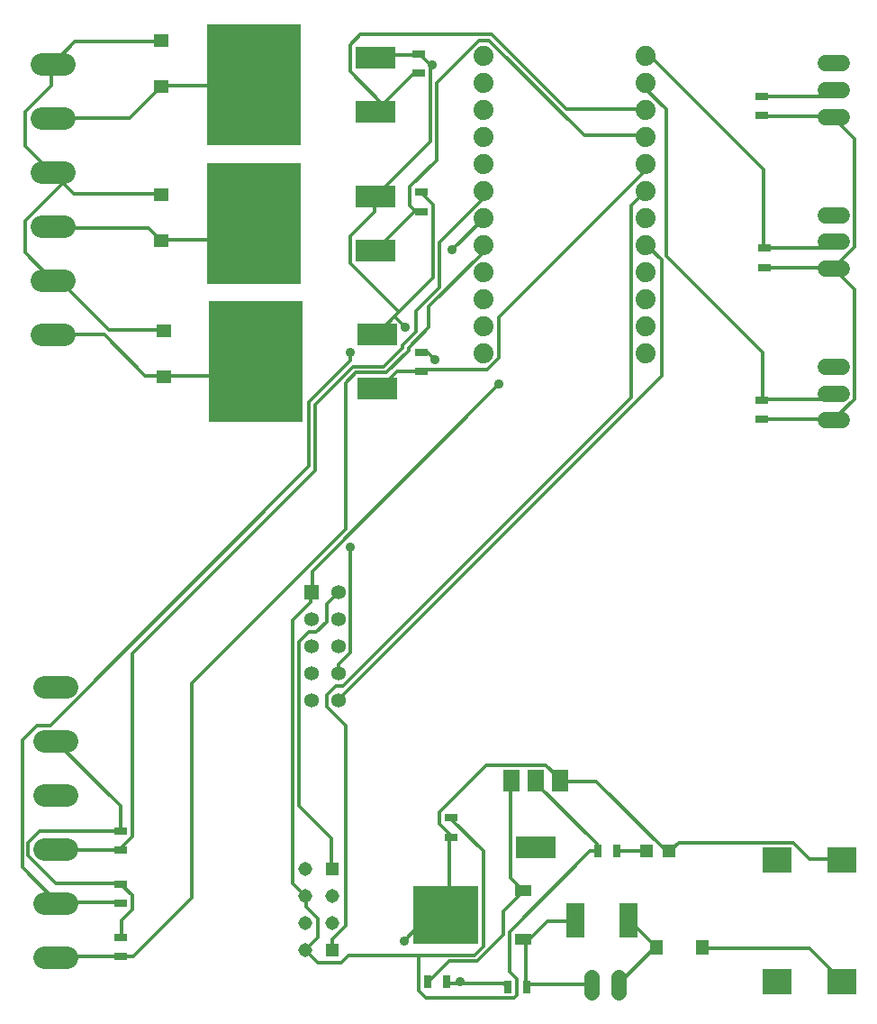
<source format=gbr>
G04 EAGLE Gerber RS-274X export*
G75*
%MOMM*%
%FSLAX34Y34*%
%LPD*%
%AMOC8*
5,1,8,0,0,1.08239X$1,22.5*%
G01*
%ADD10R,1.200000X0.800000*%
%ADD11R,1.200000X1.200000*%
%ADD12R,1.270000X1.470000*%
%ADD13R,0.800000X1.200000*%
%ADD14R,1.780000X3.200000*%
%ADD15R,1.498600X2.006600*%
%ADD16R,3.810000X2.006600*%
%ADD17R,2.800000X2.400000*%
%ADD18R,6.200000X5.400000*%
%ADD19R,1.600000X1.000000*%
%ADD20C,1.422400*%
%ADD21R,1.470000X1.270000*%
%ADD22R,3.810000X2.082800*%
%ADD23R,8.890000X11.430000*%
%ADD24C,1.524000*%
%ADD25R,1.308000X1.308000*%
%ADD26C,1.308000*%
%ADD27C,1.879600*%
%ADD28C,1.358000*%
%ADD29R,1.358000X1.358000*%
%ADD30C,2.095500*%
%ADD31C,0.300000*%
%ADD32C,0.906400*%


D10*
X442500Y178500D03*
X442500Y196500D03*
D11*
X648000Y165000D03*
X627000Y165000D03*
D12*
X679000Y75000D03*
X636000Y75000D03*
D13*
X439000Y42500D03*
X421000Y42500D03*
X599000Y165000D03*
X581000Y165000D03*
D14*
X609900Y100000D03*
X560100Y100000D03*
D15*
X545106Y231496D03*
X522246Y231496D03*
X499386Y231496D03*
D16*
X522500Y168504D03*
D17*
X810000Y43000D03*
X810000Y157000D03*
X749000Y43000D03*
X749000Y157000D03*
D18*
X437500Y105000D03*
D19*
X510500Y82200D03*
X510500Y127800D03*
D13*
X496000Y37500D03*
X514000Y37500D03*
D20*
X600200Y32888D02*
X600200Y47112D01*
X574800Y47112D02*
X574800Y32888D01*
D10*
X412500Y914000D03*
X412500Y896000D03*
D21*
X170000Y883500D03*
X170000Y926500D03*
D22*
X371400Y859600D03*
X371400Y910400D03*
D23*
X257100Y885000D03*
D10*
X735000Y589000D03*
X735000Y571000D03*
D24*
X794880Y620000D02*
X810120Y620000D01*
X810120Y595000D02*
X794880Y595000D01*
X794880Y570000D02*
X810120Y570000D01*
D10*
X737500Y731500D03*
X737500Y713500D03*
D24*
X794880Y762500D02*
X810120Y762500D01*
X810120Y737500D02*
X794880Y737500D01*
X794880Y712500D02*
X810120Y712500D01*
D10*
X415000Y784000D03*
X415000Y766000D03*
D21*
X170000Y738500D03*
X170000Y781500D03*
D22*
X371400Y729600D03*
X371400Y780400D03*
D23*
X257100Y755000D03*
D25*
X331125Y148250D03*
X331125Y72050D03*
D26*
X331125Y122850D03*
X331125Y97450D03*
X305725Y97450D03*
X305725Y122850D03*
X305725Y148250D03*
X305725Y72050D03*
D27*
X626200Y633000D03*
X626200Y658400D03*
X626200Y683800D03*
X626200Y709200D03*
X626200Y734600D03*
X626200Y760000D03*
X626200Y785400D03*
X626200Y810800D03*
X626200Y836200D03*
X626200Y861600D03*
X626200Y887000D03*
X626200Y912400D03*
X473800Y912400D03*
X473800Y887000D03*
X473800Y861600D03*
X473800Y836200D03*
X473800Y810800D03*
X473800Y785400D03*
X473800Y760000D03*
X473800Y734600D03*
X473800Y709200D03*
X473800Y683800D03*
X473800Y658400D03*
X473800Y633000D03*
D28*
X311400Y382900D03*
X311400Y357500D03*
X311400Y332100D03*
X311400Y306700D03*
X336800Y306700D03*
X336800Y332100D03*
X336800Y357500D03*
X336800Y382900D03*
X336800Y408300D03*
D29*
X311400Y408300D03*
D30*
X78778Y904500D02*
X57823Y904500D01*
X57823Y853700D02*
X78778Y853700D01*
X78778Y650500D02*
X57823Y650500D01*
X57823Y802900D02*
X78778Y802900D01*
X78778Y752100D02*
X57823Y752100D01*
X57823Y701300D02*
X78778Y701300D01*
X81278Y319500D02*
X60323Y319500D01*
X60323Y268700D02*
X81278Y268700D01*
X81278Y65500D02*
X60323Y65500D01*
X60323Y217900D02*
X81278Y217900D01*
X81278Y167100D02*
X60323Y167100D01*
X60323Y116300D02*
X81278Y116300D01*
D10*
X415000Y634000D03*
X415000Y616000D03*
D21*
X172500Y611000D03*
X172500Y654000D03*
D22*
X373900Y599600D03*
X373900Y650400D03*
D23*
X259600Y625000D03*
D10*
X735000Y874000D03*
X735000Y856000D03*
D24*
X794880Y905000D02*
X810120Y905000D01*
X810120Y880000D02*
X794880Y880000D01*
X794880Y855000D02*
X810120Y855000D01*
D10*
X132500Y184000D03*
X132500Y166000D03*
X132500Y134000D03*
X132500Y116000D03*
X132500Y84000D03*
X132500Y66000D03*
D31*
X169125Y925375D02*
X89375Y925375D01*
X68750Y904750D01*
X169125Y925375D02*
X170000Y926500D01*
X68750Y904750D02*
X68300Y904500D01*
X88000Y782375D02*
X169125Y782375D01*
X77688Y792688D02*
X68750Y801625D01*
X77688Y792688D02*
X88000Y782375D01*
X169125Y782375D02*
X170000Y781500D01*
X68750Y801625D02*
X68300Y802900D01*
X512875Y79750D02*
X512875Y38500D01*
X512875Y79750D02*
X511500Y81125D01*
X512875Y38500D02*
X514000Y37500D01*
X511500Y81125D02*
X510500Y82200D01*
X514250Y39875D02*
X574750Y39875D01*
X574800Y40000D01*
X514250Y39875D02*
X514000Y37500D01*
X533500Y99000D02*
X559625Y99000D01*
X533500Y99000D02*
X514250Y79750D01*
X559625Y99000D02*
X560100Y100000D01*
X514250Y79750D02*
X510500Y82200D01*
X171875Y654500D02*
X121000Y654500D01*
X74250Y701250D01*
X68750Y701250D01*
X171875Y654500D02*
X172500Y654000D01*
X68750Y701250D02*
X68300Y701300D01*
X42625Y757625D02*
X77000Y792000D01*
X42625Y757625D02*
X42625Y727375D01*
X67375Y702625D01*
X77000Y792000D02*
X77688Y792688D01*
X67375Y702625D02*
X68300Y701300D01*
X67375Y884125D02*
X67375Y903375D01*
X67375Y884125D02*
X42625Y859375D01*
X42625Y827750D01*
X67375Y803000D01*
X67375Y903375D02*
X68300Y904500D01*
X67375Y803000D02*
X68300Y802900D01*
X441375Y177375D02*
X441375Y108625D01*
X438625Y105875D01*
X441375Y177375D02*
X442500Y178500D01*
X438625Y105875D02*
X437500Y105000D01*
X644875Y165000D02*
X647625Y165000D01*
X644875Y165000D02*
X578875Y231000D01*
X545875Y231000D01*
X647625Y165000D02*
X648000Y165000D01*
X545875Y231000D02*
X545106Y231496D01*
X779625Y158125D02*
X809875Y158125D01*
X779625Y158125D02*
X764500Y173250D01*
X657250Y173250D01*
X649000Y165000D01*
X809875Y158125D02*
X810000Y157000D01*
X649000Y165000D02*
X648000Y165000D01*
X441375Y178750D02*
X441375Y181500D01*
X431750Y191125D01*
X431750Y202125D01*
X475750Y246125D01*
X532125Y246125D01*
X545875Y232375D01*
X442500Y178500D02*
X441375Y178750D01*
X545106Y231496D02*
X545875Y232375D01*
X412500Y913000D02*
X374000Y913000D01*
X372625Y911625D01*
X412500Y913000D02*
X412500Y914000D01*
X372625Y911625D02*
X371400Y910400D01*
X415250Y783750D02*
X426250Y772750D01*
X426250Y704000D01*
X389813Y667563D02*
X374000Y651750D01*
X389813Y667563D02*
X393938Y671688D01*
X426250Y704000D01*
X415250Y783750D02*
X415000Y784000D01*
X374000Y651750D02*
X373900Y650400D01*
X371250Y765875D02*
X371250Y779625D01*
X371250Y765875D02*
X347875Y742500D01*
X347875Y717750D01*
X393250Y672375D01*
X371250Y779625D02*
X371400Y780400D01*
X393250Y672375D02*
X393938Y671688D01*
X423500Y903375D02*
X413875Y913000D01*
X423500Y903375D02*
X423500Y831875D01*
X372625Y781000D01*
X413875Y913000D02*
X412500Y914000D01*
X372625Y781000D02*
X371400Y780400D01*
X133375Y100375D02*
X133375Y85250D01*
X133375Y100375D02*
X143000Y110000D01*
X143000Y123750D01*
X133375Y133375D01*
X133375Y85250D02*
X132500Y84000D01*
X133375Y133375D02*
X132500Y134000D01*
X132000Y184250D02*
X132000Y207625D01*
X71500Y268125D01*
X132000Y184250D02*
X132500Y184000D01*
X71500Y268125D02*
X70800Y268700D01*
X71500Y134750D02*
X132000Y134750D01*
X71500Y134750D02*
X45375Y160875D01*
X45375Y173250D01*
X56375Y184250D01*
X130625Y184250D01*
X132000Y134750D02*
X132500Y134000D01*
X132500Y184000D02*
X130625Y184250D01*
X451000Y41250D02*
X492250Y41250D01*
X451000Y41250D02*
X440000Y41250D01*
X492250Y41250D02*
X495000Y38500D01*
X440000Y41250D02*
X439000Y42500D01*
X495000Y38500D02*
X496000Y37500D01*
X420750Y633875D02*
X415250Y633875D01*
X420750Y633875D02*
X427625Y627000D01*
X415250Y633875D02*
X415000Y634000D01*
X330000Y177375D02*
X330000Y148500D01*
X330000Y177375D02*
X299750Y207625D01*
X299750Y361625D01*
X309375Y371250D01*
X316250Y371250D01*
X325875Y380875D01*
X325875Y397375D01*
X335500Y407000D01*
X330000Y148500D02*
X331125Y148250D01*
X335500Y407000D02*
X336800Y408300D01*
X451000Y42625D02*
X451000Y41250D01*
X400125Y657250D02*
X390500Y666875D01*
X389813Y667563D01*
X423500Y903375D02*
X424875Y903375D01*
X422125Y104500D02*
X437250Y104500D01*
X422125Y104500D02*
X398750Y81125D01*
X437250Y104500D02*
X437500Y105000D01*
D32*
X427625Y627000D03*
X451000Y42625D03*
X400125Y657250D03*
X424875Y903375D03*
X398750Y81125D03*
D31*
X599500Y165000D02*
X627000Y165000D01*
X599500Y165000D02*
X599000Y165000D01*
X679250Y74250D02*
X779625Y74250D01*
X809875Y44000D01*
X679250Y74250D02*
X679000Y75000D01*
X809875Y44000D02*
X810000Y43000D01*
X441375Y61875D02*
X422125Y42625D01*
X441375Y61875D02*
X467500Y61875D01*
X492250Y86625D01*
X492250Y108625D01*
X510125Y126500D01*
X422125Y42625D02*
X421000Y42500D01*
X510125Y126500D02*
X510500Y127800D01*
X499125Y140250D02*
X499125Y231000D01*
X499125Y140250D02*
X510125Y129250D01*
X499125Y231000D02*
X499386Y231496D01*
X510125Y129250D02*
X510500Y127800D01*
X610500Y100375D02*
X635250Y75625D01*
X636000Y75000D01*
X610500Y100375D02*
X609900Y100000D01*
X635250Y75625D02*
X600875Y41250D01*
X600200Y40000D01*
X635250Y75625D02*
X636000Y75000D01*
X255750Y884125D02*
X170500Y884125D01*
X170000Y883500D01*
X255750Y884125D02*
X257100Y885000D01*
X140250Y853875D02*
X68750Y853875D01*
X140250Y853875D02*
X169125Y882750D01*
X68750Y853875D02*
X68300Y853700D01*
X169125Y882750D02*
X170000Y883500D01*
X132000Y166375D02*
X71500Y166375D01*
X132000Y166375D02*
X132500Y166000D01*
X71500Y166375D02*
X70800Y167100D01*
X473000Y778250D02*
X473000Y785125D01*
X473000Y778250D02*
X431750Y737000D01*
X431750Y694375D01*
X409750Y672375D01*
X409750Y653125D01*
X397375Y640750D01*
X397375Y638000D01*
X379500Y620125D01*
X350625Y620125D01*
X314875Y584375D01*
X314875Y522500D01*
X143000Y350625D01*
X143000Y178750D01*
X132000Y167750D01*
X473000Y785125D02*
X473800Y785400D01*
X132000Y167750D02*
X132500Y166000D01*
X735625Y570625D02*
X801625Y570625D01*
X735625Y570625D02*
X735000Y571000D01*
X801625Y570625D02*
X802500Y570000D01*
X801625Y713625D02*
X738375Y713625D01*
X737500Y713500D01*
X801625Y713625D02*
X802500Y712500D01*
X801625Y855250D02*
X735625Y855250D01*
X735000Y856000D01*
X801625Y855250D02*
X802500Y855000D01*
X822250Y732875D02*
X803000Y713625D01*
X822250Y732875D02*
X822250Y834625D01*
X803000Y853875D01*
X803000Y713625D02*
X802500Y712500D01*
X803000Y853875D02*
X802500Y855000D01*
X822250Y589875D02*
X803000Y570625D01*
X822250Y589875D02*
X822250Y693000D01*
X803000Y712250D01*
X803000Y570625D02*
X802500Y570000D01*
X803000Y712250D02*
X802500Y712500D01*
X580250Y171875D02*
X580250Y165000D01*
X580250Y171875D02*
X521125Y231000D01*
X580250Y165000D02*
X581000Y165000D01*
X522246Y231496D02*
X521125Y231000D01*
X473000Y165000D02*
X442750Y195250D01*
X473000Y165000D02*
X473000Y75625D01*
X464750Y67375D01*
X412500Y67375D02*
X346500Y67375D01*
X412500Y67375D02*
X464750Y67375D01*
X346500Y67375D02*
X339625Y60500D01*
X317625Y60500D01*
X306625Y71500D01*
X442750Y195250D02*
X442500Y196500D01*
X306625Y71500D02*
X305725Y72050D01*
X306625Y112750D02*
X306625Y122375D01*
X306625Y112750D02*
X317625Y101750D01*
X317625Y83875D01*
X306625Y72875D01*
X306625Y122375D02*
X305725Y122850D01*
X306625Y72875D02*
X305725Y72050D01*
X310750Y398750D02*
X310750Y407000D01*
X310750Y398750D02*
X294250Y382250D01*
X294250Y134750D01*
X305250Y123750D01*
X310750Y407000D02*
X311400Y408300D01*
X305250Y123750D02*
X305725Y122850D01*
X573375Y165000D02*
X578875Y165000D01*
X573375Y165000D02*
X497750Y89375D01*
X497750Y52250D01*
X504625Y45375D01*
X504625Y30250D01*
X501875Y27500D01*
X419375Y27500D01*
X412500Y34375D01*
X412500Y66000D01*
X578875Y165000D02*
X581000Y165000D01*
X412500Y67375D02*
X412500Y66000D01*
X312125Y427625D02*
X488125Y603625D01*
X312125Y427625D02*
X312125Y408375D01*
X311400Y408300D01*
D32*
X488125Y603625D03*
D31*
X240625Y739750D02*
X170500Y739750D01*
X240625Y739750D02*
X255750Y754875D01*
X170500Y739750D02*
X170000Y738500D01*
X255750Y754875D02*
X257100Y755000D01*
X158125Y750750D02*
X68750Y750750D01*
X158125Y750750D02*
X169125Y739750D01*
X68750Y750750D02*
X68300Y752100D01*
X169125Y739750D02*
X170000Y738500D01*
X336875Y308000D02*
X640750Y611875D01*
X640750Y720500D01*
X627000Y734250D01*
X336875Y308000D02*
X336800Y306700D01*
X626200Y734600D02*
X627000Y734250D01*
X331375Y82500D02*
X331375Y72875D01*
X331375Y82500D02*
X343750Y94875D01*
X343750Y283250D01*
X325875Y301125D01*
X325875Y312125D01*
X334125Y320375D01*
X341000Y320375D01*
X611875Y591250D01*
X611875Y771375D01*
X625625Y785125D01*
X331375Y72875D02*
X331125Y72050D01*
X625625Y785125D02*
X626200Y785400D01*
X413875Y616000D02*
X391875Y616000D01*
X376750Y600875D01*
X374000Y600875D01*
X413875Y616000D02*
X415000Y616000D01*
X374000Y600875D02*
X373900Y599600D01*
X625625Y804375D02*
X625625Y809875D01*
X625625Y804375D02*
X488125Y666875D01*
X488125Y628375D01*
X477125Y617375D01*
X415250Y617375D01*
X625625Y809875D02*
X626200Y810800D01*
X415250Y617375D02*
X415000Y616000D01*
X413875Y765875D02*
X408375Y765875D01*
X372625Y730125D01*
X413875Y765875D02*
X415000Y766000D01*
X372625Y730125D02*
X371400Y729600D01*
X567875Y837375D02*
X625625Y837375D01*
X567875Y837375D02*
X478500Y926750D01*
X468875Y926750D01*
X429000Y886875D01*
X429000Y814000D01*
X404250Y789250D01*
X404250Y771375D01*
X408375Y767250D01*
X625625Y837375D02*
X626200Y836200D01*
X408375Y767250D02*
X408375Y765875D01*
X735625Y874500D02*
X796125Y874500D01*
X801625Y880000D01*
X735625Y874500D02*
X735000Y874000D01*
X801625Y880000D02*
X802500Y880000D01*
X336875Y341000D02*
X336875Y332750D01*
X336875Y341000D02*
X347875Y352000D01*
X347875Y451000D01*
X336875Y332750D02*
X336800Y332100D01*
D32*
X347875Y451000D03*
D31*
X407000Y895125D02*
X412500Y895125D01*
X407000Y895125D02*
X372625Y860750D01*
X412500Y895125D02*
X412500Y896000D01*
X372625Y860750D02*
X371400Y859600D01*
X551375Y862125D02*
X625625Y862125D01*
X551375Y862125D02*
X481250Y932250D01*
X357500Y932250D01*
X347875Y922625D01*
X347875Y897875D01*
X378125Y867625D01*
X625625Y862125D02*
X626200Y861600D01*
X378125Y867625D02*
X371400Y859600D01*
X735625Y589875D02*
X797500Y589875D01*
X801625Y594000D01*
X735625Y589875D02*
X735000Y589000D01*
X801625Y594000D02*
X802500Y595000D01*
X627000Y880000D02*
X627000Y886875D01*
X627000Y880000D02*
X644875Y862125D01*
X644875Y724625D01*
X735625Y633875D01*
X735625Y591250D01*
X627000Y886875D02*
X626200Y887000D01*
X735625Y591250D02*
X735000Y589000D01*
X738375Y731500D02*
X796125Y731500D01*
X801625Y737000D01*
X738375Y731500D02*
X737500Y731500D01*
X801625Y737000D02*
X802500Y737500D01*
X631125Y911625D02*
X627000Y911625D01*
X631125Y911625D02*
X737000Y805750D01*
X737000Y732875D01*
X627000Y911625D02*
X626200Y912400D01*
X737000Y732875D02*
X737500Y731500D01*
X132000Y66000D02*
X71500Y66000D01*
X132000Y66000D02*
X132500Y66000D01*
X71500Y66000D02*
X70800Y65500D01*
X473000Y727375D02*
X473000Y734250D01*
X473000Y727375D02*
X422125Y676500D01*
X422125Y657250D01*
X402875Y638000D01*
X402875Y635250D01*
X382250Y614625D01*
X353375Y614625D01*
X343750Y605000D01*
X343750Y467500D01*
X199375Y323125D01*
X199375Y121000D01*
X144375Y66000D01*
X133375Y66000D01*
X473000Y734250D02*
X473800Y734600D01*
X133375Y66000D02*
X132500Y66000D01*
X132000Y116875D02*
X71500Y116875D01*
X132000Y116875D02*
X132500Y116000D01*
X71500Y116875D02*
X70800Y116300D01*
X444125Y730125D02*
X473000Y759000D01*
X347875Y633875D02*
X347875Y625625D01*
X309375Y587125D01*
X309375Y526625D01*
X66000Y283250D01*
X53625Y283250D01*
X39875Y269500D01*
X39875Y149875D01*
X71500Y118250D01*
X473000Y759000D02*
X473800Y760000D01*
X71500Y118250D02*
X70800Y116300D01*
D32*
X444125Y730125D03*
X347875Y633875D03*
D31*
X246125Y611875D02*
X173250Y611875D01*
X246125Y611875D02*
X258500Y624250D01*
X173250Y611875D02*
X172500Y611000D01*
X258500Y624250D02*
X259600Y625000D01*
X116875Y650375D02*
X68750Y650375D01*
X116875Y650375D02*
X155375Y611875D01*
X171875Y611875D01*
X68750Y650375D02*
X68300Y650500D01*
X171875Y611875D02*
X172500Y611000D01*
M02*

</source>
